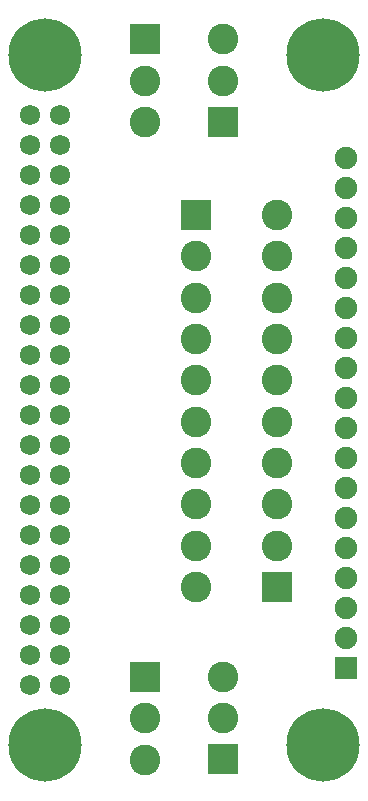
<source format=gts>
G04 #@! TF.GenerationSoftware,KiCad,Pcbnew,(5.0.0)*
G04 #@! TF.CreationDate,2018-10-31T11:27:42+00:00*
G04 #@! TF.ProjectId,rpi0_HAT,727069305F4841542E6B696361645F70,rev?*
G04 #@! TF.SameCoordinates,Original*
G04 #@! TF.FileFunction,Soldermask,Top*
G04 #@! TF.FilePolarity,Negative*
%FSLAX46Y46*%
G04 Gerber Fmt 4.6, Leading zero omitted, Abs format (unit mm)*
G04 Created by KiCad (PCBNEW (5.0.0)) date 10/31/18 11:27:42*
%MOMM*%
%LPD*%
G01*
G04 APERTURE LIST*
%ADD10C,2.600000*%
%ADD11R,2.600000X2.600000*%
%ADD12C,6.200000*%
%ADD13C,1.724000*%
%ADD14R,1.900000X1.900000*%
%ADD15O,1.900000X1.900000*%
G04 APERTURE END LIST*
D10*
G04 #@! TO.C,J3*
X140208000Y-138415000D03*
X140208000Y-141915000D03*
D11*
X140208000Y-145415000D03*
G04 #@! TD*
G04 #@! TO.C,J4*
X133604000Y-138430000D03*
D10*
X133604000Y-141930000D03*
X133604000Y-145430000D03*
G04 #@! TD*
D11*
G04 #@! TO.C,J1*
X140208000Y-91440000D03*
D10*
X140208000Y-87940000D03*
X140208000Y-84440000D03*
G04 #@! TD*
D11*
G04 #@! TO.C,J2*
X144780000Y-130810000D03*
D10*
X144780000Y-127310000D03*
X144780000Y-123810000D03*
X144780000Y-120310000D03*
X144780000Y-116810000D03*
X144780000Y-113310000D03*
X144780000Y-109810000D03*
X144780000Y-106310000D03*
X144780000Y-102810000D03*
X144780000Y-99310000D03*
G04 #@! TD*
D12*
G04 #@! TO.C,U1*
X148665001Y-85800001D03*
X148665001Y-144220001D03*
X125170001Y-85800001D03*
X125170001Y-144220001D03*
D13*
X123900001Y-90880001D03*
X126440001Y-90880001D03*
X123900001Y-93420001D03*
X126440001Y-93420001D03*
X123900001Y-95960001D03*
X126440001Y-95960001D03*
X123900001Y-98500001D03*
X126440001Y-98500001D03*
X123900001Y-101040001D03*
X126440001Y-101040001D03*
X123900001Y-103580001D03*
X126440001Y-103580001D03*
X123900001Y-106120001D03*
X126440001Y-106120001D03*
X123900001Y-108660001D03*
X126440001Y-108660001D03*
X123900001Y-111200001D03*
X126440001Y-111200001D03*
X123900001Y-113740001D03*
X126440001Y-113740001D03*
X123900001Y-116280001D03*
X126440001Y-116280001D03*
X123900001Y-118820001D03*
X126440001Y-118820001D03*
X123900001Y-121360001D03*
X126440001Y-121360001D03*
X123900001Y-123900001D03*
X126440001Y-123900001D03*
X123900001Y-126440001D03*
X126440001Y-126440001D03*
X123900001Y-128980001D03*
X126440001Y-128980001D03*
X123900001Y-131520001D03*
X126440001Y-131520001D03*
X123900001Y-134060001D03*
X126440001Y-134060001D03*
X123900001Y-136600001D03*
X126440001Y-136600001D03*
X123900001Y-139140001D03*
X126440001Y-139140001D03*
G04 #@! TD*
D11*
G04 #@! TO.C,J5*
X137922000Y-99314000D03*
D10*
X137922000Y-102814000D03*
X137922000Y-106314000D03*
X137922000Y-109814000D03*
X137922000Y-113314000D03*
X137922000Y-116814000D03*
X137922000Y-120314000D03*
X137922000Y-123814000D03*
X137922000Y-127314000D03*
X137922000Y-130814000D03*
G04 #@! TD*
G04 #@! TO.C,J6*
X133604000Y-91455000D03*
X133604000Y-87955000D03*
D11*
X133604000Y-84455000D03*
G04 #@! TD*
D14*
G04 #@! TO.C,J7*
X150622000Y-137668000D03*
D15*
X150622000Y-135128000D03*
X150622000Y-132588000D03*
X150622000Y-130048000D03*
X150622000Y-127508000D03*
X150622000Y-124968000D03*
X150622000Y-122428000D03*
X150622000Y-119888000D03*
X150622000Y-117348000D03*
X150622000Y-114808000D03*
X150622000Y-112268000D03*
X150622000Y-109728000D03*
X150622000Y-107188000D03*
X150622000Y-104648000D03*
X150622000Y-102108000D03*
X150622000Y-99568000D03*
X150622000Y-97028000D03*
X150622000Y-94488000D03*
G04 #@! TD*
M02*

</source>
